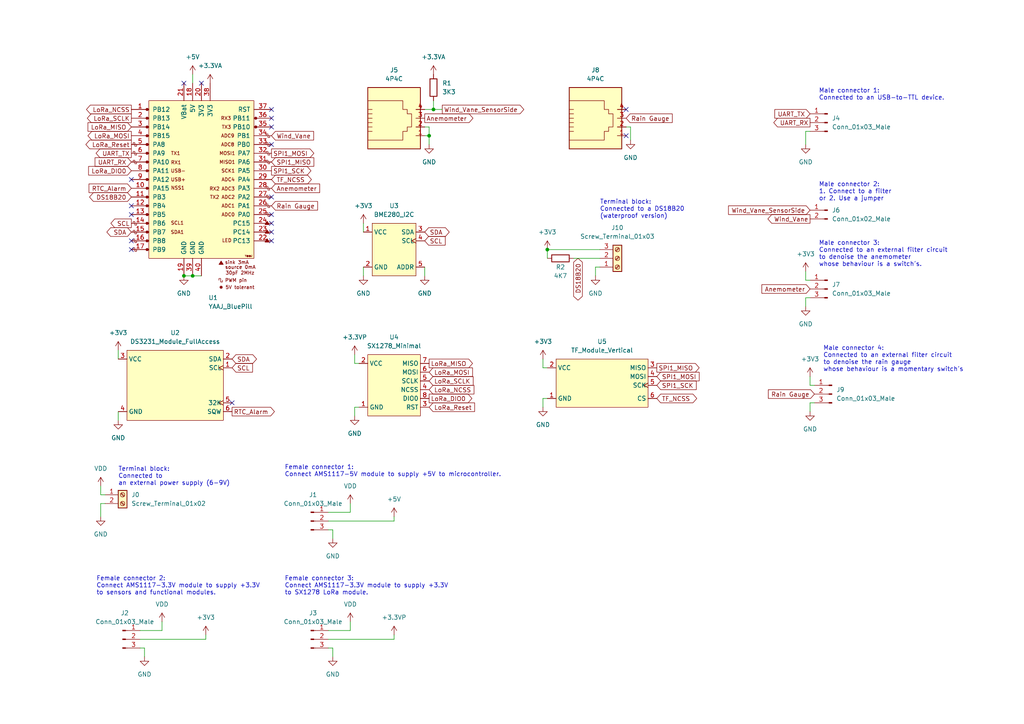
<source format=kicad_sch>
(kicad_sch (version 20211123) (generator eeschema)
  (paper "A4")
  (title_block (title "First Prototype from Breadboard"))
  (lib_symbols
    (symbol "BME280_Module:BME280_I2C"
      (property "Reference" "U" (at 0 1.27 0))
      (property "Value" "BME280_I2C" (at 0 -1.27 0))
      (symbol "BME280_I2C_1_1"
        (pin power_in line (at -8.89 5.08 0) (length 2.54) (name "VCC") (number "1"))
        (pin power_in line (at -8.89 -5.08 0) (length 2.54) (name "GND") (number "2"))
        (pin bidirectional line (at 8.89 5.08 180) (length 2.54) (name "SDA") (number "3"))
        (pin input clock (at 8.89 2.54 180) (length 2.54) (name "SCL") (number "4"))
        (pin passive line (at 8.89 -5.08 180) (length 2.54) (name "ADDR") (number "5"))
      )
    )
    (symbol "BME280_Module:BME280_SPI"
      (property "Reference" "U" (at 0 1.27 0))
      (property "Value" "BME280_SPI" (at 0 -3.81 0))
      (symbol "BME280_SPI_1_1"
        (pin power_in line (at -8.89 6.35 0) (length 2.54) (name "VCC") (number "1"))
        (pin power_in line (at -8.89 -6.35 0) (length 2.54) (name "GND") (number "2"))
        (pin input line (at 8.89 6.35 180) (length 2.54) (name "SDI") (number "3"))
        (pin input clock (at 8.89 1.27 180) (length 2.54) (name "SCK") (number "4"))
        (pin tri_state line (at 8.89 -1.27 180) (length 2.54) (name "CSB") (number "5"))
        (pin output line (at 8.89 3.81 180) (length 2.54) (name "SDO") (number "6"))
      )
    )
    (symbol "Connector:Conn_01x02_Male" (pin_names (offset 1.016) hide)
      (property "Reference" "J" (at 0 2.54 0))
      (property "Value" "Conn_01x02_Male" (at 0 -5.08 0))
      (symbol "Conn_01x02_Male_1_1"
        (pin passive line (at 5.08 0 180) (length 3.81) (name "Pin_1") (number "1"))
        (pin passive line (at 5.08 -2.54 180) (length 3.81) (name "Pin_2") (number "2"))
      )
    )
    (symbol "Connector:Conn_01x03_Male" (pin_names (offset 1.016) hide)
      (property "Reference" "J" (at 0 5.08 0))
      (property "Value" "Conn_01x03_Male" (at 0 -5.08 0))
      (symbol "Conn_01x03_Male_1_1"
        (pin passive line (at 5.08 2.54 180) (length 3.81) (name "Pin_1") (number "1"))
        (pin passive line (at 5.08 0 180) (length 3.81) (name "Pin_2") (number "2"))
        (pin passive line (at 5.08 -2.54 180) (length 3.81) (name "Pin_3") (number "3"))
      )
    )
    (symbol "Connector:Screw_Terminal_01x02" (pin_names (offset 1.016) hide)
      (property "Reference" "J" (at 0 2.54 0))
      (property "Value" "Screw_Terminal_01x02" (at 0 -5.08 0))
      (symbol "Screw_Terminal_01x02_1_1"
        (pin passive line (at -5.08 0 0) (length 3.81) (name "Pin_1") (number "1"))
        (pin passive line (at -5.08 -2.54 0) (length 3.81) (name "Pin_2") (number "2"))
      )
    )
    (symbol "Connector:Screw_Terminal_01x03" (pin_names (offset 1.016) hide)
      (property "Reference" "J" (at 0 5.08 0))
      (property "Value" "Screw_Terminal_01x03" (at 0 -5.08 0))
      (symbol "Screw_Terminal_01x03_1_1"
        (pin passive line (at -5.08 2.54 0) (length 3.81) (name "Pin_1") (number "1"))
        (pin passive line (at -5.08 0 0) (length 3.81) (name "Pin_2") (number "2"))
        (pin passive line (at -5.08 -2.54 0) (length 3.81) (name "Pin_3") (number "3"))
      )
    )
    (symbol "DS3231_Module:DS3231_Module_FullAccess"
      (property "Reference" "U" (at 0 1.27 0))
      (property "Value" "DS3231_Module_FullAccess" (at 0 -1.27 0))
      (symbol "DS3231_Module_FullAccess_1_1"
        (pin bidirectional clock (at 16.51 3.81 180) (length 2.54) (name "SCL") (number "1"))
        (pin bidirectional line (at 16.51 6.35 180) (length 2.54) (name "SDA") (number "2"))
        (pin power_in line (at -16.51 6.35 0) (length 2.54) (name "VCC") (number "3"))
        (pin power_in line (at -16.51 -8.89 0) (length 2.54) (name "GND") (number "4"))
        (pin output clock (at 16.51 -6.35 180) (length 2.54) (name "32K") (number "5"))
        (pin output line (at 16.51 -8.89 180) (length 2.54) (name "SQW") (number "6"))
      )
    )
    (symbol "Device:Battery" (pin_numbers hide) (pin_names (offset 0) hide)
      (property "Reference" "BT" (at 2.54 2.54 0))
      (property "Value" "Battery" (at 2.54 0 0))
      (symbol "Battery_1_1"
        (pin passive line (at 0 5.08 270) (length 2.54) (name "+") (number "1"))
        (pin passive line (at 0 -5.08 90) (length 2.54) (name "-") (number "2"))
      )
    )
    (symbol "Device:C" (pin_numbers hide) (pin_names (offset 0.254))
      (property "Reference" "C" (at 0.635 2.54 0))
      (property "Value" "C" (at 0.635 -2.54 0))
      (symbol "C_1_1"
        (pin passive line (at 0 3.81 270) (length 2.794) (name "~") (number "1"))
        (pin passive line (at 0 -3.81 90) (length 2.794) (name "~") (number "2"))
      )
    )
    (symbol "Device:C_Polarized_Small" (pin_numbers hide) (pin_names (offset 0.254) hide)
      (property "Reference" "C" (at 0.254 1.778 0))
      (property "Value" "C_Polarized_Small" (at 0.254 -2.032 0))
      (symbol "C_Polarized_Small_1_1"
        (pin passive line (at 0 2.54 270) (length 1.8542) (name "~") (number "1"))
        (pin passive line (at 0 -2.54 90) (length 1.8542) (name "~") (number "2"))
      )
    )
    (symbol "Device:R" (pin_numbers hide) (pin_names (offset 0))
      (property "Reference" "R" (at 2.032 0 90))
      (property "Value" "R" (at 0 0 90))
      (symbol "R_1_1"
        (pin passive line (at 0 3.81 270) (length 1.27) (name "~") (number "1"))
        (pin passive line (at 0 -3.81 90) (length 1.27) (name "~") (number "2"))
      )
    )
    (symbol "Device:Solar_Cells" (pin_numbers hide) (pin_names (offset 0) hide)
      (property "Reference" "SC" (at 2.54 2.54 0))
      (property "Value" "Solar_Cells" (at 2.54 0 0))
      (symbol "Solar_Cells_1_1"
        (pin passive line (at 0 5.08 270) (length 2.54) (name "+") (number "1"))
        (pin passive line (at 0 -5.08 90) (length 2.54) (name "-") (number "2"))
      )
    )
    (symbol "RJ11-Connectors:4P4C"
      (property "Reference" "J" (at 0 0 0))
      (property "Value" "4P4C" (at 6.35 10.16 0))
      (symbol "4P4C_1_1"
        (pin passive line (at 10.16 -5.08 180) (length 2.54) (name "~") (number "1"))
        (pin passive line (at 10.16 -2.54 180) (length 2.54) (name "~") (number "2"))
        (pin passive line (at 10.16 0 180) (length 2.54) (name "") (number "3"))
        (pin passive line (at 10.16 2.54 180) (length 2.54) (name "") (number "4"))
      )
    )
    (symbol "RJ11-Connectors:RJ11-6P6C"
      (property "Reference" "U" (at -6.35 -3.81 0))
      (property "Value" "RJ11-6P6C" (at 3.81 -3.81 0))
      (symbol "RJ11-6P6C_1_1"
        (pin passive line (at 11.43 -20.32 180) (length 2.54) (name "~") (number "1"))
        (pin passive line (at 11.43 -17.78 180) (length 2.54) (name "~") (number "2"))
        (pin passive line (at 11.43 -15.24 180) (length 2.54) (name "") (number "3"))
        (pin passive line (at 11.43 -12.7 180) (length 2.54) (name "") (number "4"))
        (pin passive line (at 11.43 -10.16 180) (length 2.54) (name "") (number "5"))
        (pin passive line (at 11.43 -7.62 180) (length 2.54) (name "") (number "6"))
      )
    )
    (symbol "Regulator_Linear:AMS1117-3.3" (pin_names (offset 0.254))
      (property "Reference" "U" (at -3.81 3.175 0))
      (property "Value" "AMS1117-3.3" (at 0 3.175 0))
      (symbol "AMS1117-3.3_1_1"
        (pin power_in line (at 0 -7.62 90) (length 2.54) (name "GND") (number "1"))
        (pin power_out line (at 7.62 0 180) (length 2.54) (name "VO") (number "2"))
        (pin power_in line (at -7.62 0 0) (length 2.54) (name "VI") (number "3"))
      )
    )
    (symbol "Rotate_45:Anemometer"
      (property "Reference" "U" (at 0 29.21 0))
      (property "Value" "Anemometer" (at 0 26.416 0))
      (symbol "Anemometer_0_0"
        (text "E" (at 23.114 0 0) (effects (font (size 1.27 1.27))))
        (text "N" (at 0 23.368 0) (effects (font (size 1.27 1.27))))
        (text "NE" (at 18.288 17.526 0) (effects (font (size 1.27 1.27))))
        (text "NW" (at -18.542 17.526 0) (effects (font (size 1.27 1.27))))
        (text "S" (at 0.762 -23.114 0) (effects (font (size 1.27 1.27))))
        (text "SE" (at 18.288 -17.526 0) (effects (font (size 1.27 1.27))))
        (text "SW" (at -18.288 -18.034 0) (effects (font (size 1.27 1.27))))
        (text "W" (at -23.368 0 0) (effects (font (size 1.27 1.27))))
      )
      (symbol "Anemometer_1_1"
        (pin passive line (at -8.128 -24.638 90) (length 2.54) (name "") (number ""))
        (pin passive line (at 0 -24.638 90) (length 2.54) (name "") (number ""))
      )
    )
    (symbol "STM32_BluePill:YAAJ_BluePill" (pin_names (offset 1.016))
      (property "Reference" "U" (at -13.97 24.13 0))
      (property "Value" "YAAJ_BluePill" (at 0 6.35 90))
      (symbol "YAAJ_BluePill_0_0"
        (text "30pF 2MHz" (at 11.176 -27.051 0) (effects (font (size 0.9906 0.9906))))
        (text "5V tolerant" (at 11.176 -31.242 0) (effects (font (size 0.9906 0.9906))))
        (text "ADC0" (at 7.747 -10.16 0) (effects (font (size 0.9906 0.9906))))
        (text "ADC1" (at 7.747 -7.62 0) (effects (font (size 0.9906 0.9906))))
        (text "ADC2" (at 7.747 -5.08 0) (effects (font (size 0.9906 0.9906))))
        (text "ADC3" (at 7.747 -2.667 0) (effects (font (size 0.9906 0.9906))))
        (text "ADC4" (at 7.747 0 0) (effects (font (size 0.9906 0.9906))))
        (text "ADC8" (at 7.62 10.16 0) (effects (font (size 0.9906 0.9906))))
        (text "ADC9" (at 7.62 12.7 0) (effects (font (size 0.9906 0.9906))))
        (text "LED" (at 7.366 -17.653 0) (effects (font (size 0.9906 0.9906))))
        (text "MISO1" (at 7.493 5.08 0) (effects (font (size 0.9906 0.9906))))
        (text "MOSI1" (at 7.493 7.62 0) (effects (font (size 0.9906 0.9906))))
        (text "NSS1" (at -6.858 -2.413 0) (effects (font (size 0.9906 0.9906))))
        (text "PWM pin" (at 10.033 -29.21 0) (effects (font (size 0.9906 0.9906))))
        (text "RX1" (at -7.366 4.953 0) (effects (font (size 0.9906 0.9906))))
        (text "RX2" (at 3.81 -2.667 0) (effects (font (size 0.9906 0.9906))))
        (text "RX3" (at 7.112 17.78 0) (effects (font (size 0.9906 0.9906))))
        (text "SCK1" (at 7.747 2.54 0) (effects (font (size 0.9906 0.9906))))
        (text "SCL1" (at -6.985 -12.573 0) (effects (font (size 0.9906 0.9906))))
        (text "SDA1" (at -6.985 -15.24 0) (effects (font (size 0.9906 0.9906))))
        (text "sink 3mA" (at 10.287 -24.003 0) (effects (font (size 0.9906 0.9906))))
        (text "source 0mA" (at 11.303 -25.4 0) (effects (font (size 0.9906 0.9906))))
        (text "TX1" (at -7.493 7.62 0) (effects (font (size 0.9906 0.9906))))
        (text "TX2" (at 3.81 -5.08 0) (effects (font (size 0.9906 0.9906))))
        (text "TX3" (at 7.239 15.24 0) (effects (font (size 0.9906 0.9906))))
        (text "USB+" (at -6.731 0 0) (effects (font (size 0.9906 0.9906))))
        (text "USB-" (at -6.731 2.54 0) (effects (font (size 0.9906 0.9906))))
        (text "Y@@J" (at 13.6906 -22.1488 0) (effects (font (size 0.508 0.508))))
      )
      (symbol "YAAJ_BluePill_1_1"
        (pin bidirectional line (at -20.32 20.32 0) (length 5.08) (name "PB12") (number "1"))
        (pin bidirectional line (at -20.32 -2.54 0) (length 5.08) (name "PA15") (number "10"))
        (pin bidirectional line (at -20.32 -5.08 0) (length 5.08) (name "PB3") (number "11"))
        (pin bidirectional line (at -20.32 -7.62 0) (length 5.08) (name "PB4") (number "12"))
        (pin bidirectional line (at -20.32 -10.16 0) (length 5.08) (name "PB5") (number "13"))
        (pin bidirectional line (at -20.32 -12.7 0) (length 5.08) (name "PB6") (number "14"))
        (pin bidirectional line (at -20.32 -15.24 0) (length 5.08) (name "PB7") (number "15"))
        (pin bidirectional line (at -20.32 -17.78 0) (length 5.08) (name "PB8") (number "16"))
        (pin bidirectional line (at -20.32 -20.32 0) (length 5.08) (name "PB9") (number "17"))
        (pin power_in line (at -2.54 27.94 270) (length 5.08) (name "5V") (number "18"))
        (pin power_in line (at -5.08 -27.94 90) (length 5.08) (name "GND") (number "19"))
        (pin bidirectional line (at -20.32 17.78 0) (length 5.08) (name "PB13") (number "2"))
        (pin power_in line (at 0 27.94 270) (length 5.08) (name "3V3") (number "20"))
        (pin power_in line (at -5.08 27.94 270) (length 5.08) (name "VBat") (number "21"))
        (pin bidirectional line (at 20.32 -17.78 180) (length 5.08) (name "PC13") (number "22"))
        (pin bidirectional line (at 20.32 -15.24 180) (length 5.08) (name "PC14") (number "23"))
        (pin bidirectional line (at 20.32 -12.7 180) (length 5.08) (name "PC15") (number "24"))
        (pin bidirectional line (at 20.32 -10.16 180) (length 5.08) (name "PA0") (number "25"))
        (pin bidirectional line (at 20.32 -7.62 180) (length 5.08) (name "PA1") (number "26"))
        (pin bidirectional line (at 20.32 -5.08 180) (length 5.08) (name "PA2") (number "27"))
        (pin bidirectional line (at 20.32 -2.54 180) (length 5.08) (name "PA3") (number "28"))
        (pin bidirectional line (at 20.32 0 180) (length 5.08) (name "PA4") (number "29"))
        (pin bidirectional line (at -20.32 15.24 0) (length 5.08) (name "PB14") (number "3"))
        (pin bidirectional line (at 20.32 2.54 180) (length 5.08) (name "PA5") (number "30"))
        (pin bidirectional line (at 20.32 5.08 180) (length 5.08) (name "PA6") (number "31"))
        (pin bidirectional line (at 20.32 7.62 180) (length 5.08) (name "PA7") (number "32"))
        (pin bidirectional line (at 20.32 10.16 180) (length 5.08) (name "PB0") (number "33"))
        (pin bidirectional line (at 20.32 12.7 180) (length 5.08) (name "PB1") (number "34"))
        (pin bidirectional line (at 20.32 15.24 180) (length 5.08) (name "PB10") (number "35"))
        (pin bidirectional line (at 20.32 17.78 180) (length 5.08) (name "PB11") (number "36"))
        (pin input line (at 20.32 20.32 180) (length 5.08) (name "RST") (number "37"))
        (pin power_in line (at 2.54 27.94 270) (length 5.08) (name "3V3") (number "38"))
        (pin power_in line (at -2.54 -27.94 90) (length 5.08) (name "GND") (number "39"))
        (pin bidirectional line (at -20.32 12.7 0) (length 5.08) (name "PB15") (number "4"))
        (pin power_in line (at 0 -27.94 90) (length 5.08) (name "GND") (number "40"))
        (pin bidirectional line (at -20.32 10.16 0) (length 5.08) (name "PA8") (number "5"))
        (pin bidirectional line (at -20.32 7.62 0) (length 5.08) (name "PA9") (number "6"))
        (pin bidirectional line (at -20.32 5.08 0) (length 5.08) (name "PA10") (number "7"))
        (pin bidirectional line (at -20.32 2.54 0) (length 5.08) (name "PA11") (number "8"))
        (pin bidirectional line (at -20.32 0 0) (length 5.08) (name "PA12") (number "9"))
      )
    )
    (symbol "SX1278_Module:SX1278_Minimal"
      (property "Reference" "U" (at 0 11.43 0))
      (property "Value" "SX1278_Minimal" (at 0 -11.43 0))
      (symbol "SX1278_Minimal_1_1"
        (pin power_in line (at -10.16 -6.35 0) (length 2.54) (name "GND") (number "1"))
        (pin power_in line (at -10.16 6.35 0) (length 2.54) (name "VCC") (number "2"))
        (pin input line (at 10.16 -6.35 180) (length 2.54) (name "RST") (number "3"))
        (pin input line (at 10.16 -1.27 180) (length 2.54) (name "NCSS") (number "4"))
        (pin input line (at 10.16 1.27 180) (length 2.54) (name "SCLK") (number "5"))
        (pin input line (at 10.16 3.81 180) (length 2.54) (name "MOSI") (number "6"))
        (pin output line (at 10.16 6.35 180) (length 2.54) (name "MISO") (number "7"))
        (pin output line (at 10.16 -3.81 180) (length 2.54) (name "DIO0") (number "8"))
      )
    )
    (symbol "Switch:SW_Reed" (pin_numbers hide) (pin_names (offset 0) hide)
      (property "Reference" "SW" (at 0 2.54 0))
      (property "Value" "SW_Reed" (at 0 -2.54 0))
      (symbol "SW_Reed_1_1"
        (pin passive line (at -5.08 0 0) (length 2.54) (name "1") (number "1"))
        (pin passive line (at 5.08 0 180) (length 2.54) (name "2") (number "2"))
      )
    )
    (symbol "TF_Module:TF_Module_Vertical"
      (property "Reference" "U" (at 0 1.27 0))
      (property "Value" "TF_Module_Vertical" (at 0 -1.27 0))
      (symbol "TF_Module_Vertical_1_1"
        (pin power_in line (at -15.24 -5.08 0) (length 2.54) (name "GND") (number "1"))
        (pin power_in line (at -15.24 3.81 0) (length 2.54) (name "VCC") (number "2"))
        (pin output line (at 16.51 3.81 180) (length 2.54) (name "MISO") (number "3"))
        (pin input line (at 16.51 1.27 180) (length 2.54) (name "MOSI") (number "4"))
        (pin input clock (at 16.51 -1.27 180) (length 2.54) (name "SCK") (number "5"))
        (pin input line (at 16.51 -5.08 180) (length 2.54) (name "CS") (number "6"))
      )
    )
    (symbol "power:+24V" (power) (pin_names (offset 0))
      (property "Value" "+24V" (at 0 3.556 0))
      (symbol "+24V_1_1"
        (pin power_in line (at 0 0 90) (length 0) hide (name "+24V") (number "1"))
      )
    )
    (symbol "power:+3.3V" (power) (pin_names (offset 0))
      (property "Value" "+3.3V" (at 0 3.556 0))
      (symbol "+3.3V_1_1"
        (pin power_in line (at 0 0 90) (length 0) hide (name "+3V3") (number "1"))
      )
    )
    (symbol "power:+3.3VA" (power) (pin_names (offset 0))
      (property "Value" "+3.3VA" (at 0 3.556 0))
      (symbol "+3.3VA_1_1"
        (pin power_in line (at 0 0 90) (length 0) hide (name "+3.3VA") (number "1"))
      )
    )
    (symbol "power:+3.3VP" (power) (pin_names (offset 0))
      (property "Value" "+3.3VP" (at 0 2.54 0))
      (symbol "+3.3VP_0_0"
        (pin power_in line (at 0 0 90) (length 0) hide (name "+3.3VP") (number "1"))
      )
    )
    (symbol "power:+3V3" (power) (pin_names (offset 0))
      (property "Value" "+3V3" (at 0 3.556 0))
      (symbol "+3V3_1_1"
        (pin power_in line (at 0 0 90) (length 0) hide (name "+3V3") (number "1"))
      )
    )
    (symbol "power:+5V" (power) (pin_names (offset 0))
      (property "Value" "+5V" (at 0 3.556 0))
      (symbol "+5V_1_1"
        (pin power_in line (at 0 0 90) (length 0) hide (name "+5V") (number "1"))
      )
    )
    (symbol "power:GND" (power) (pin_names (offset 0))
      (property "Value" "GND" (at 0 -3.81 0))
      (symbol "GND_1_1"
        (pin power_in line (at 0 0 270) (length 0) hide (name "GND") (number "1"))
      )
    )
    (symbol "power:VDD" (power) (pin_names (offset 0))
      (property "Value" "VDD" (at 0 3.81 0))
      (symbol "VDD_1_1"
        (pin power_in line (at 0 0 90) (length 0) hide (name "VDD") (number "1"))
      )
    )
  )
  (junction (at 607.06 30.48))
  (junction (at 712.47 81.28))
  (junction (at 693.42 45.72))
  (junction (at 730.25 46.99))
  (junction (at 467.36 35.56))
  (junction (at 124.46 39.37))
  (junction (at 612.14 30.48))
  (junction (at 748.03 46.99))
  (junction (at 613.41 146.05))
  (junction (at 125.73 31.75))
  (junction (at 53.34 80.01))
  (junction (at 607.06 38.1))
  (junction (at 615.95 146.05))
  (junction (at 360.68 46.99))
  (junction (at 55.88 80.01))
  (junction (at 560.07 110.49))
  (junction (at 618.49 90.17))
  (junction (at 694.69 81.28))
  (junction (at 158.75 72.39))
  (no_connect (at 638.81 123.19))
  (no_connect (at 181.61 31.75))
  (no_connect (at 181.61 39.37))
  (no_connect (at 598.17 135.89))
  (no_connect (at 638.81 107.95))
  (no_connect (at 638.81 130.81))
  (no_connect (at 638.81 100.33))
  (no_connect (at 638.81 97.79))
  (no_connect (at 638.81 135.89))
  (no_connect (at 78.74 31.75))
  (no_connect (at 53.34 24.13))
  (no_connect (at 598.17 128.27))
  (no_connect (at 78.74 57.15))
  (no_connect (at 78.74 62.23))
  (no_connect (at 38.1 62.23))
  (no_connect (at 38.1 69.85))
  (no_connect (at 38.1 72.39))
  (no_connect (at 38.1 59.69))
  (no_connect (at 38.1 52.07))
  (no_connect (at 78.74 34.29))
  (no_connect (at 78.74 36.83))
  (no_connect (at 78.74 41.91))
  (no_connect (at 638.81 118.11))
  (no_connect (at 638.81 115.57))
  (no_connect (at 638.81 113.03))
  (no_connect (at 638.81 110.49))
  (no_connect (at 638.81 102.87))
  (no_connect (at 598.17 125.73))
  (no_connect (at 58.42 24.13))
  (no_connect (at 78.74 67.31))
  (no_connect (at 78.74 69.85))
  (no_connect (at 78.74 64.77))
  (no_connect (at 615.95 90.17))
  (no_connect (at 598.17 138.43))
  (no_connect (at 638.81 128.27))
  (no_connect (at 613.41 90.17))
  (no_connect (at 67.31 116.84))
  (no_connect (at 638.81 133.35))
  (no_connect (at 598.17 118.11))
  (no_connect (at 388.62 158.75))
  (no_connect (at 391.16 158.75))
  (no_connect (at 398.78 158.75))
  (no_connect (at 401.32 158.75))
  (no_connect (at 425.45 158.75))
  (no_connect (at 412.75 158.75))
  (wire (pts (xy 53.34 80.01) (xy 55.88 80.01)))
  (wire (pts (xy 41.91 190.5) (xy 41.91 187.96)))
  (polyline (pts (xy 640.08 34.29) (xy 640.08 27.94)))
  (polyline (pts (xy 622.3 27.94) (xy 622.3 34.29)))
  (polyline (pts (xy 466.09 31.75) (xy 466.09 44.45)))
  (wire (pts (xy 607.06 38.1) (xy 607.06 43.18)))
  (wire (pts (xy 415.29 158.75) (xy 415.29 151.638)))
  (wire (pts (xy 125.73 31.75) (xy 128.27 31.75)))
  (wire (pts (xy 29.21 140.97) (xy 29.21 143.51)))
  (polyline (pts (xy 687.07 71.12) (xy 702.31 71.12)))
  (polyline (pts (xy 581.66 29.21) (xy 581.66 41.91)))
  (wire (pts (xy 166.37 74.93) (xy 173.99 74.93)))
  (wire (pts (xy 29.21 149.86) (xy 29.21 146.05)))
  (wire (pts (xy 560.07 105.41) (xy 560.07 110.49)))
  (polyline (pts (xy 688.34 68.58) (xy 701.04 68.58)))
  (polyline (pts (xy 622.3 27.94) (xy 640.08 27.94)))
  (polyline (pts (xy 715.01 44.45) (xy 728.98 44.45)))
  (wire (pts (xy 360.68 46.99) (xy 360.68 52.07)))
  (wire (pts (xy 467.36 35.56) (xy 476.25 35.56)))
  (wire (pts (xy 396.24 157.48) (xy 420.37 157.48)))
  (polyline (pts (xy 762 44.45) (xy 762 50.8)))
  (wire (pts (xy 607.06 30.48) (xy 612.14 30.48)))
  (wire (pts (xy 181.61 36.83) (xy 182.88 36.83)))
  (wire (pts (xy 393.7 158.75) (xy 393.7 156.21)))
  (polyline (pts (xy 604.52 41.91) (xy 581.66 41.91)))
  (polyline (pts (xy 731.52 44.45) (xy 746.76 44.45)))
  (wire (pts (xy 607.06 38.1) (xy 612.14 38.1)))
  (wire (pts (xy 730.25 46.99) (xy 730.25 53.34)))
  (wire (pts (xy 233.68 88.9) (xy 233.68 86.36)))
  (polyline (pts (xy 751.84 53.34) (xy 760.73 53.34)))
  (wire (pts (xy 393.7 156.21) (xy 417.83 156.21)))
  (wire (pts (xy 95.25 185.42) (xy 114.3 185.42)))
  (wire (pts (xy 347.98 46.99) (xy 360.68 46.99)))
  (wire (pts (xy 104.14 105.41) (xy 102.87 105.41)))
  (wire (pts (xy 157.48 118.11) (xy 157.48 115.57)))
  (polyline (pts (xy 622.3 34.29) (xy 640.08 34.29)))
  (wire (pts (xy 678.18 45.72) (xy 678.18 46.99)))
  (polyline (pts (xy 443.23 31.75) (xy 443.23 44.45)))
  (wire (pts (xy 172.72 77.47) (xy 173.99 77.47)))
  (wire (pts (xy 234.95 111.76) (xy 236.22 111.76)))
  (wire (pts (xy 330.2 41.91) (xy 330.2 44.45)))
  (wire (pts (xy 748.03 46.99) (xy 748.03 73.66)))
  (wire (pts (xy 467.36 38.1) (xy 467.36 45.72)))
  (wire (pts (xy 607.06 33.02) (xy 607.06 30.48)))
  (wire (pts (xy 330.2 57.15) (xy 330.2 59.69)))
  (wire (pts (xy 748.03 46.99) (xy 749.3 46.99)))
  (polyline (pts (xy 685.8 82.55) (xy 685.8 95.25)))
  (wire (pts (xy 568.96 106.68) (xy 568.96 110.49)))
  (wire (pts (xy 233.68 86.36) (xy 234.95 86.36)))
  (wire (pts (xy 182.88 36.83) (xy 182.88 40.64)))
  (polyline (pts (xy 476.25 39.37) (xy 492.76 39.37)))
  (wire (pts (xy 560.07 110.49) (xy 568.96 110.49)))
  (wire (pts (xy 34.29 119.38) (xy 34.29 121.92)))
  (wire (pts (xy 612.14 30.48) (xy 622.3 30.48)))
  (wire (pts (xy 683.26 52.07) (xy 685.8 52.07)))
  (wire (pts (xy 422.91 151.638) (xy 422.91 158.75)))
  (wire (pts (xy 712.47 49.53) (xy 715.01 49.53)))
  (wire (pts (xy 114.3 149.86) (xy 114.3 151.13)))
  (wire (pts (xy 157.48 106.68) (xy 158.75 106.68)))
  (wire (pts (xy 124.46 36.83) (xy 124.46 39.37)))
  (polyline (pts (xy 749.3 44.45) (xy 762 44.45)))
  (polyline (pts (xy 466.09 44.45) (xy 443.23 44.45)))
  (wire (pts (xy 123.19 31.75) (xy 125.73 31.75)))
  (wire (pts (xy 234.95 116.84) (xy 236.22 116.84)))
  (polyline (pts (xy 722.63 80.01) (xy 741.68 80.01)))
  (polyline (pts (xy 731.52 44.45) (xy 731.52 52.07)))
  (wire (pts (xy 415.29 151.638) (xy 414.782 151.638)))
  (wire (pts (xy 598.17 35.56) (xy 607.06 35.56)))
  (wire (pts (xy 449.58 35.56) (xy 467.36 35.56)))
  (polyline (pts (xy 704.85 82.55) (xy 685.8 82.55)))
  (polyline (pts (xy 722.63 71.12) (xy 741.68 71.12)))
  (wire (pts (xy 124.46 39.37) (xy 124.46 41.91)))
  (wire (pts (xy 40.64 185.42) (xy 59.69 185.42)))
  (polyline (pts (xy 760.73 59.69) (xy 760.73 53.34)))
  (polyline (pts (xy 704.85 95.25) (xy 704.85 82.55)))
  (wire (pts (xy 233.68 78.74) (xy 233.68 81.28)))
  (wire (pts (xy 712.47 80.01) (xy 712.47 81.28)))
  (wire (pts (xy 607.06 35.56) (xy 607.06 38.1)))
  (wire (pts (xy 95.25 153.67) (xy 96.52 153.67)))
  (wire (pts (xy 123.19 36.83) (xy 124.46 36.83)))
  (polyline (pts (xy 492.76 39.37) (xy 492.76 33.02)))
  (wire (pts (xy 102.87 105.41) (xy 102.87 102.87)))
  (polyline (pts (xy 731.52 52.07) (xy 746.76 52.07)))
  (wire (pts (xy 746.76 46.99) (xy 748.03 46.99)))
  (wire (pts (xy 694.69 81.28) (xy 712.47 81.28)))
  (polyline (pts (xy 751.84 59.69) (xy 760.73 59.69)))
  (polyline (pts (xy 685.8 48.26) (xy 685.8 57.15)))
  (wire (pts (xy 728.98 46.99) (xy 730.25 46.99)))
  (wire (pts (xy 234.95 109.22) (xy 234.95 111.76)))
  (polyline (pts (xy 685.8 48.26) (xy 704.85 48.26)))
  (wire (pts (xy 234.95 119.38) (xy 234.95 116.84)))
  (wire (pts (xy 618.49 90.17) (xy 621.03 90.17)))
  (wire (pts (xy 105.41 77.47) (xy 105.41 80.01)))
  (wire (pts (xy 615.95 146.05) (xy 618.49 146.05)))
  (polyline (pts (xy 704.85 80.01) (xy 720.09 80.01)))
  (wire (pts (xy 158.75 72.39) (xy 173.99 72.39)))
  (wire (pts (xy 105.41 64.77) (xy 105.41 67.31)))
  (polyline (pts (xy 688.34 59.69) (xy 688.34 68.58)))
  (wire (pts (xy 157.48 115.57) (xy 158.75 115.57)))
  (wire (pts (xy 101.6 148.59) (xy 101.6 146.05)))
  (wire (pts (xy 96.52 153.67) (xy 96.52 156.21)))
  (polyline (pts (xy 741.68 80.01) (xy 741.68 71.12)))
  (wire (pts (xy 736.6 80.01) (xy 736.6 81.28)))
  (polyline (pts (xy 720.09 80.01) (xy 720.09 71.12)))
  (wire (pts (xy 96.52 190.5) (xy 96.52 187.96)))
  (wire (pts (xy 755.65 50.8) (xy 755.65 53.34)))
  (polyline (pts (xy 443.23 31.75) (xy 466.09 31.75)))
  (polyline (pts (xy 704.85 57.15) (xy 685.8 57.15)))
  (polyline (pts (xy 581.66 29.21) (xy 604.52 29.21)))
  (wire (pts (xy 694.69 81.28) (xy 694.69 82.55)))
  (wire (pts (xy 96.52 187.96) (xy 95.25 187.96)))
  (wire (pts (xy 29.21 143.51) (xy 30.48 143.51)))
  (wire (pts (xy 101.6 180.34) (xy 101.6 182.88)))
  (wire (pts (xy 694.69 80.01) (xy 694.69 81.28)))
  (wire (pts (xy 552.45 92.71) (xy 552.45 97.79)))
  (wire (pts (xy 420.37 157.48) (xy 420.37 158.75)))
  (wire (pts (xy 588.01 35.56) (xy 588.01 33.02)))
  (wire (pts (xy 467.36 35.56) (xy 467.36 29.21)))
  (wire (pts (xy 125.73 31.75) (xy 125.73 29.21)))
  (polyline (pts (xy 715.01 50.8) (xy 728.98 50.8)))
  (wire (pts (xy 29.21 146.05) (xy 30.48 146.05)))
  (wire (pts (xy 101.6 182.88) (xy 95.25 182.88)))
  (wire (pts (xy 233.68 38.1) (xy 234.95 38.1)))
  (wire (pts (xy 417.83 156.21) (xy 417.83 158.75)))
  (wire (pts (xy 694.69 57.15) (xy 694.69 59.69)))
  (polyline (pts (xy 722.63 71.12) (xy 722.63 80.01)))
  (polyline (pts (xy 704.85 48.26) (xy 704.85 57.15)))
  (polyline (pts (xy 704.85 71.12) (xy 720.09 71.12)))
  (wire (pts (xy 55.88 80.01) (xy 58.42 80.01)))
  (wire (pts (xy 588.01 33.02) (xy 607.06 33.02)))
  (wire (pts (xy 95.25 151.13) (xy 114.3 151.13)))
  (wire (pts (xy 568.96 97.79) (xy 568.96 101.6)))
  (polyline (pts (xy 476.25 33.02) (xy 476.25 39.37)))
  (polyline (pts (xy 704.85 71.12) (xy 704.85 80.01)))
  (wire (pts (xy 607.06 30.48) (xy 607.06 27.94)))
  (wire (pts (xy 689.61 82.55) (xy 689.61 83.82)))
  (wire (pts (xy 233.68 41.91) (xy 233.68 38.1)))
  (polyline (pts (xy 749.3 50.8) (xy 762 50.8)))
  (polyline (pts (xy 604.52 29.21) (xy 604.52 41.91)))
  (wire (pts (xy 55.88 21.59) (xy 55.88 24.13)))
  (polyline (pts (xy 728.98 50.8) (xy 728.98 44.45)))
  (polyline (pts (xy 701.04 68.58) (xy 701.04 59.69)))
  (wire (pts (xy 741.68 73.66) (xy 748.03 73.66)))
  (wire (pts (xy 95.25 148.59) (xy 101.6 148.59)))
  (wire (pts (xy 360.68 41.91) (xy 360.68 46.99)))
  (polyline (pts (xy 688.34 59.69) (xy 701.04 59.69)))
  (wire (pts (xy 449.58 38.1) (xy 449.58 35.56)))
  (wire (pts (xy 157.48 104.14) (xy 157.48 106.68)))
  (wire (pts (xy 693.42 45.72) (xy 715.01 45.72)))
  (polyline (pts (xy 746.76 52.07) (xy 746.76 44.45)))
  (wire (pts (xy 104.14 118.11) (xy 102.87 118.11)))
  (polyline (pts (xy 751.84 53.34) (xy 751.84 59.69)))
  (wire (pts (xy 459.74 38.1) (xy 467.36 38.1)))
  (wire (pts (xy 730.25 46.99) (xy 731.52 46.99)))
  (wire (pts (xy 41.91 187.96) (xy 40.64 187.96)))
  (wire (pts (xy 618.49 85.09) (xy 618.49 90.17)))
  (wire (pts (xy 123.19 77.47) (xy 123.19 80.01)))
  (wire (pts (xy 712.47 71.12) (xy 712.47 49.53)))
  (wire (pts (xy 727.71 80.01) (xy 727.71 81.28)))
  (wire (pts (xy 172.72 80.01) (xy 172.72 77.47)))
  (wire (pts (xy 567.69 97.79) (xy 568.96 97.79)))
  (polyline (pts (xy 685.8 95.25) (xy 704.85 95.25)))
  (wire (pts (xy 613.41 146.05) (xy 615.95 146.05)))
  (polyline (pts (xy 687.07 80.01) (xy 702.31 80.01)))
  (polyline (pts (xy 715.01 44.45) (xy 715.01 50.8)))
  (polyline (pts (xy 687.07 71.12) (xy 687.07 80.01)))
  (wire (pts (xy 678.18 45.72) (xy 693.42 45.72)))
  (wire (pts (xy 158.75 72.39) (xy 158.75 74.93)))
  (wire (pts (xy 34.29 101.6) (xy 34.29 104.14)))
  (wire (pts (xy 59.69 184.15) (xy 59.69 185.42)))
  (wire (pts (xy 360.68 52.07) (xy 347.98 52.07)))
  (wire (pts (xy 40.64 182.88) (xy 46.99 182.88)))
  (wire (pts (xy 689.61 93.98) (xy 689.61 95.25)))
  (polyline (pts (xy 702.31 80.01) (xy 702.31 71.12)))
  (wire (pts (xy 694.69 68.58) (xy 694.69 71.12)))
  (polyline (pts (xy 749.3 50.8) (xy 749.3 44.45)))
  (wire (pts (xy 485.14 39.37) (xy 485.14 45.72)))
  (wire (pts (xy 123.19 39.37) (xy 124.46 39.37)))
  (wire (pts (xy 712.47 81.28) (xy 727.71 81.28)))
  (wire (pts (xy 102.87 118.11) (xy 102.87 120.65)))
  (wire (pts (xy 396.24 158.75) (xy 396.24 157.48)))
  (wire (pts (xy 693.42 45.72) (xy 693.42 48.26)))
  (polyline (pts (xy 476.25 33.02) (xy 492.76 33.02)))
  (wire (pts (xy 46.99 182.88) (xy 46.99 180.34)))
  (wire (pts (xy 114.3 184.15) (xy 114.3 185.42)))
  (wire (pts (xy 233.68 81.28) (xy 234.95 81.28)))
  (text "Anemometer" (at 449.58 34.29 0) (effects (font (size 1.27 1.27)) (justify left bottom)))
  (text "Reversed \ncurrent \nblockage (8)\n\n" (at 732.79 53.34 0) (effects (font (size 1.27 1.27) (thickness 0.254) bold) (justify left bottom)))
  (text "Male connector 2:\n1. Connect to a filter\nor 2. Use a jumper" (at 237.49 58.42 0) (effects (font (size 1.27 1.27)) (justify left bottom)))
  (text "Female connector 2: \nConnect AMS1117-3.3V module to supply +3.3V \nto sensors and functional modules." (at 27.94 172.72 0) (effects (font (size 1.27 1.27)) (justify left bottom)))
  (text "Terminal block:\nConnected to \nan external power supply (6-9V)" (at 34.29 140.97 0) (effects (font (size 1.27 1.27)) (justify left bottom)))
  (text "Male connector 3:\nConnected to an external filter circuit \nto denoise the anemometer \nwhose behaviour is a switch's." (at 237.49 77.47 0) (effects (font (size 1.27 1.27)) (justify left bottom)))
  (text "Male connector 4:\nConnected to an external filter circuit \nto denoise the rain gauge \nwhose behaviour is a momentary switch's" (at 238.76 107.95 0) (effects (font (size 1.27 1.27)) (justify left bottom)))
  (text "Main\nsystem" (at 753.11 58.42 0) (effects (font (size 1.27 1.27) (thickness 0.254) bold) (justify left bottom)))
  (text "Male connector 1:\nConnected to an USB-to-TTL device." (at 237.49 29.21 0) (effects (font (size 1.27 1.27)) (justify left bottom)))
  (text "Power source\nswitching circuit \n(7)" (at 723.9 78.74 0) (effects (font (size 1.27 1.27) bold) (justify left bottom)))
  (text "Voltage \nconverter \ncircuit (2)" (at 689.61 67.31 0) (effects (font (size 1.27 1.27) (thickness 0.254) bold) (justify left bottom)))
  (text "Reference\nvoltage \ngenerator (6)" (at 706.12 78.74 0) (effects (font (size 1.27 1.27) (thickness 0.254) bold) (justify left bottom)))
  (text "Microcontroller\ninput" (at 623.57 33.02 0) (effects (font (size 1.27 1.27)) (justify left bottom)))
  (text "Anemometer" (at 588.01 31.75 0) (effects (font (size 1.27 1.27)) (justify left bottom)))
  (text "Reversed\ncurrent \nblockage (3)\n" (at 688.34 78.74 0) (effects (font (size 1.27 1.27) (thickness 0.254) bold) (justify left bottom)))
  (text "Main supply" (at 547.37 90.17 0) (effects (font (size 1.27 1.27)) (justify left bottom)))
  (text "Switching circuit \nfor battery \ncharging unit (1)" (at 687.07 55.88 0) (effects (font (size 1.27 1.27) (thickness 0.254) bold) (justify left bottom)))
  (text "Terminal block:\nConnected to a DS18B20 \n(waterproof version)" (at 173.99 63.5 0) (effects (font (size 1.27 1.27)) (justify left bottom)))
  (text "Logic Analyser" (at 477.52 36.83 0) (effects (font (size 1.27 1.27)) (justify left bottom)))
  (text "Voltage\nregulators" (at 750.57 49.53 0) (effects (font (size 1.27 1.27) (thickness 0.254) bold) (justify left bottom)))
  (text "Female connector 3: \nConnect AMS1117-3.3V module to supply +3.3V \nto SX1278 LoRa module." (at 82.55 172.72 0) (effects (font (size 1.27 1.27)) (justify left bottom)))
  (text "Female connector 1: \nConnect AMS1117-5V module to supply +5V to microcontroller." (at 82.55 138.43 0) (effects (font (size 1.27 1.27)) (justify left bottom)))
  (text "Battery\nmanaging \ncircuit (4)" (at 693.42 91.44 0) (effects (font (size 1.27 1.27) (thickness 0.254) bold) (justify left bottom)))
  (text "Comparator \ncircuit (5)" (at 716.28 49.53 0) (effects (font (size 1.27 1.27) (thickness 0.254) bold) (justify left bottom)))
  (global_label "SDA" (shape bidirectional) (at 67.31 104.14 0) (property "Intersheet References" "${INTERSHEET_REFS}" (effects hide)))
  (global_label "Reference (*)" (shape input) (at 683.26 52.07 270) (effects (font (thickness 0.254) bold)) (property "Intersheet References" "${INTERSHEET_REFS}" (effects hide)))
  (global_label "Rain Gauge" (shape input) (at 236.22 114.3 180) (property "Intersheet References" "${INTERSHEET_REFS}" (effects hide)))
  (global_label "LoRa_Reset" (shape output) (at 598.17 107.95 180) (property "Intersheet References" "${INTERSHEET_REFS}" (effects hide)))
  (global_label "UART_TX" (shape input) (at 234.95 33.02 180) (property "Intersheet References" "${INTERSHEET_REFS}" (effects hide)))
  (global_label "LoRa_Reset" (shape input) (at 124.46 118.11 0) (property "Intersheet References" "${INTERSHEET_REFS}" (effects hide)))
  (global_label "I2C SCL" (shape bidirectional) (at 347.98 49.53 0) (property "Intersheet References" "${INTERSHEET_REFS}" (effects hide)))
  (global_label "SPI_MISO" (shape input) (at 598.17 102.87 180) (property "Intersheet References" "${INTERSHEET_REFS}" (effects hide)))
  (global_label "SDA" (shape bidirectional) (at 38.1 67.31 180) (property "Intersheet References" "${INTERSHEET_REFS}" (effects hide)))
  (global_label "SPI1_MOSI" (shape output) (at 78.74 44.45 0) (property "Intersheet References" "${INTERSHEET_REFS}" (effects hide)))
  (global_label "Wind_Vane" (shape output) (at 234.95 63.5 180) (property "Intersheet References" "${INTERSHEET_REFS}" (effects hide)))
  (global_label "DS18B20" (shape bidirectional) (at 598.17 123.19 180) (property "Intersheet References" "${INTERSHEET_REFS}" (effects hide)))
  (global_label "Anemometer" (shape input) (at 638.81 120.65 0) (property "Intersheet References" "${INTERSHEET_REFS}" (effects hide)))
  (global_label "LoRa_Interrupt" (shape input) (at 598.17 115.57 180) (property "Intersheet References" "${INTERSHEET_REFS}" (effects hide)))
  (global_label "Wind_Vane" (shape input) (at 638.81 105.41 0) (property "Intersheet References" "${INTERSHEET_REFS}" (effects hide)))
  (global_label "SCL" (shape input) (at 123.19 69.85 0) (property "Intersheet References" "${INTERSHEET_REFS}" (effects hide)))
  (global_label "RTC_Alarm" (shape input) (at 598.17 120.65 180) (property "Intersheet References" "${INTERSHEET_REFS}" (effects hide)))
  (global_label "SDA" (shape bidirectional) (at 598.17 133.35 180) (property "Intersheet References" "${INTERSHEET_REFS}" (effects hide)))
  (global_label "SPI1_MISO" (shape output) (at 190.5 106.68 0) (property "Intersheet References" "${INTERSHEET_REFS}" (effects hide)))
  (global_label "SPI_MOSI" (shape output) (at 598.17 105.41 180) (property "Intersheet References" "${INTERSHEET_REFS}" (effects hide)))
  (global_label "Anemometer" (shape input) (at 78.74 54.61 0) (property "Intersheet References" "${INTERSHEET_REFS}" (effects hide)))
  (global_label "UART_RX" (shape input) (at 38.1 46.99 180) (property "Intersheet References" "${INTERSHEET_REFS}" (effects hide)))
  (global_label "Reference (*)" (shape output) (at 730.25 53.34 270) (effects (font (thickness 0.254) bold)) (property "Intersheet References" "${INTERSHEET_REFS}" (effects hide)))
  (global_label "Wind_Vane_SensorSide" (shape input) (at 234.95 60.96 180) (property "Intersheet References" "${INTERSHEET_REFS}" (effects hide)))
  (global_label "I2C SDA" (shape bidirectional) (at 347.98 44.45 0) (property "Intersheet References" "${INTERSHEET_REFS}" (effects hide)))
  (global_label "UART_RX" (shape output) (at 234.95 35.56 180) (property "Intersheet References" "${INTERSHEET_REFS}" (effects hide)))
  (global_label "LoRa_NCSS" (shape output) (at 38.1 31.75 180) (property "Intersheet References" "${INTERSHEET_REFS}" (effects hide)))
  (global_label "Rain Gauge" (shape input) (at 638.81 125.73 0) (property "Intersheet References" "${INTERSHEET_REFS}" (effects hide)))
  (global_label "LoRa_MOSI" (shape output) (at 38.1 39.37 180) (property "Intersheet References" "${INTERSHEET_REFS}" (effects hide)))
  (global_label "SCL" (shape output) (at 598.17 130.81 180) (property "Intersheet References" "${INTERSHEET_REFS}" (effects hide)))
  (global_label "+3.3V" (shape output) (at 568.96 97.79 0) (property "Intersheet References" "${INTERSHEET_REFS}" (effects hide)))
  (global_label "Wind_Vane" (shape input) (at 78.74 39.37 0) (property "Intersheet References" "${INTERSHEET_REFS}" (effects hide)))
  (global_label "TF_NCSS" (shape tri_state) (at 190.5 115.57 0) (property "Intersheet References" "${INTERSHEET_REFS}" (effects hide)))
  (global_label "LoRa_SCLK" (shape output) (at 38.1 34.29 180) (property "Intersheet References" "${INTERSHEET_REFS}" (effects hide)))
  (global_label "LoRa_MISO" (shape output) (at 124.46 105.41 0) (property "Intersheet References" "${INTERSHEET_REFS}" (effects hide)))
  (global_label "SCL" (shape input) (at 67.31 106.68 0) (property "Intersheet References" "${INTERSHEET_REFS}" (effects hide)))
  (global_label "SPI1_MISO" (shape input) (at 78.74 46.99 0) (property "Intersheet References" "${INTERSHEET_REFS}" (effects hide)))
  (global_label "UART_TX" (shape output) (at 598.17 110.49 180) (property "Intersheet References" "${INTERSHEET_REFS}" (effects hide)))
  (global_label "LoRa_DIO0" (shape input) (at 38.1 49.53 180) (property "Intersheet References" "${INTERSHEET_REFS}" (effects hide)))
  (global_label "Anemometer" (shape input) (at 234.95 83.82 180) (property "Intersheet References" "${INTERSHEET_REFS}" (effects hide)))
  (global_label "TF_NCSS" (shape tri_state) (at 78.74 52.07 0) (property "Intersheet References" "${INTERSHEET_REFS}" (effects hide)))
  (global_label "SCL" (shape output) (at 38.1 64.77 180) (property "Intersheet References" "${INTERSHEET_REFS}" (effects hide)))
  (global_label "Rain Gauge" (shape input) (at 78.74 59.69 0) (property "Intersheet References" "${INTERSHEET_REFS}" (effects hide)))
  (global_label "Anemometer" (shape output) (at 123.19 34.29 0) (property "Intersheet References" "${INTERSHEET_REFS}" (effects hide)))
  (global_label "SPI1_SCK" (shape output) (at 78.74 49.53 0) (property "Intersheet References" "${INTERSHEET_REFS}" (effects hide)))
  (global_label "Reference (*)" (shape input) (at 736.6 81.28 270) (effects (font bold)) (property "Intersheet References" "${INTERSHEET_REFS}" (effects hide)))
  (global_label "LoRa_DIO0" (shape output) (at 124.46 115.57 0) (property "Intersheet References" "${INTERSHEET_REFS}" (effects hide)))
  (global_label "SPI1_SCK" (shape input) (at 190.5 111.76 0) (property "Intersheet References" "${INTERSHEET_REFS}" (effects hide)))
  (global_label "RTC_Alarm" (shape input) (at 38.1 54.61 180) (property "Intersheet References" "${INTERSHEET_REFS}" (effects hide)))
  (global_label "SDA" (shape bidirectional) (at 123.19 67.31 0) (property "Intersheet References" "${INTERSHEET_REFS}" (effects hide)))
  (global_label "LoRa_MOSI" (shape input) (at 124.46 107.95 0) (property "Intersheet References" "${INTERSHEET_REFS}" (effects hide)))
  (global_label "Rain Gauge" (shape input) (at 181.61 34.29 0) (property "Intersheet References" "${INTERSHEET_REFS}" (effects hide)))
  (global_label "LoRa_NCSS" (shape input) (at 124.46 113.03 0) (property "Intersheet References" "${INTERSHEET_REFS}" (effects hide)))
  (global_label "+3.3V" (shape input) (at 618.49 85.09 180) (property "Intersheet References" "${INTERSHEET_REFS}" (effects hide)))
  (global_label "DS18B20" (shape bidirectional) (at 38.1 57.15 180) (property "Intersheet References" "${INTERSHEET_REFS}" (effects hide)))
  (global_label "LoRa_SCLK" (shape input) (at 124.46 110.49 0) (property "Intersheet References" "${INTERSHEET_REFS}" (effects hide)))
  (global_label "SPI_SCLK" (shape output) (at 598.17 100.33 180) (property "Intersheet References" "${INTERSHEET_REFS}" (effects hide)))
  (global_label "LoRa_MISO" (shape input) (at 38.1 36.83 180) (property "Intersheet References" "${INTERSHEET_REFS}" (effects hide)))
  (global_label "DS18B20" (shape bidirectional) (at 167.64 74.93 270) (property "Intersheet References" "${INTERSHEET_REFS}" (effects hide)))
  (global_label "SPI_NSS" (shape output) (at 598.17 97.79 180) (property "Intersheet References" "${INTERSHEET_REFS}" (effects hide)))
  (global_label "UART_RX" (shape input) (at 598.17 113.03 180) (property "Intersheet References" "${INTERSHEET_REFS}" (effects hide)))
  (global_label "RTC_Alarm" (shape output) (at 67.31 119.38 0) (property "Intersheet References" "${INTERSHEET_REFS}" (effects hide)))
  (global_label "UART_TX" (shape output) (at 38.1 44.45 180) (property "Intersheet References" "${INTERSHEET_REFS}" (effects hide)))
  (global_label "Wind_Vane_SensorSide" (shape output) (at 128.27 31.75 0) (property "Intersheet References" "${INTERSHEET_REFS}" (effects hide)))
  (global_label "SPI1_MOSI" (shape input) (at 190.5 109.22 0) (property "Intersheet References" "${INTERSHEET_REFS}" (effects hide)))
  (global_label "LoRa_Reset" (shape output) (at 38.1 41.91 180) (property "Intersheet References" "${INTERSHEET_REFS}" (effects hide)))
  (symbol (lib_id "power:GND") (at 124.46 41.91 0) (unit 1)
    (property "Reference" "#PWR0106" (effects hide))
    (property "Value" "GND" (at 124.46 46.99 0))
  )
  (symbol (lib_id "power:+3.3VP") (at 114.3 184.15 0) (unit 1)
    (property "Reference" "#PWR0121" (effects hide))
    (property "Value" "+3.3VP" (at 114.3 179.07 0))
  )
  (symbol (lib_id "power:+3.3V") (at 467.36 21.59 0) (unit 1)
    (property "Reference" "#PWR?" (effects hide))
    (property "Value" "+3.3V" (at 467.36 16.51 0))
  )
  (symbol (lib_id "Connector:Conn_01x03_Male") (at 241.3 114.3 0) (mirror y) (unit 1)
    (property "Reference" "J9" (at 242.57 113.0299 0) (effects (justify right)))
    (property "Value" "Conn_01x03_Male" (at 242.57 115.5699 0) (effects (justify right)))
    (property "Footprint" "Connector_PinHeader_2.54mm:PinHeader_1x03_P2.54mm_Vertical" (effects hide))
  )
  (symbol (lib_id "Switch:SW_Reed") (at 454.66 38.1 0) (unit 1)
    (property "Reference" "SW?" (effects hide))
    (property "Value" "Internal reed switch" (at 454.66 40.64 0))
  )
  (symbol (lib_id "power:+3.3V") (at 360.68 41.91 0) (unit 1)
    (property "Reference" "#PWR?" (effects hide))
    (property "Value" "+3.3V" (at 360.68 36.83 0))
  )
  (symbol (lib_id "power:GND") (at 233.68 88.9 0) (unit 1)
    (property "Reference" "#PWR0108" (effects hide))
    (property "Value" "GND" (at 233.68 93.98 0))
  )
  (symbol (lib_id "STM32_BluePill:YAAJ_BluePill") (at 58.42 52.07 0) (unit 1)
    (property "Reference" "U1" (at 60.4394 86.36 0) (effects (justify left)))
    (property "Value" "YAAJ_BluePill" (at 60.4394 88.9 0) (effects (justify left)))
    (property "Footprint" "STM32-BluePill:YAAJ_BluePill_1" (effects hide))
  )
  (symbol (lib_id "Connector:Conn_01x03_Male") (at 240.03 83.82 0) (mirror y) (unit 1)
    (property "Reference" "J7" (at 241.3 82.5499 0) (effects (justify right)))
    (property "Value" "Conn_01x03_Male" (at 241.3 85.0899 0) (effects (justify right)))
    (property "Footprint" "Connector_PinHeader_2.54mm:PinHeader_1x03_P2.54mm_Vertical" (effects hide))
  )
  (symbol (lib_id "power:GND") (at 613.41 146.05 0) (unit 1)
    (property "Reference" "#PWR?" (effects hide))
    (property "Value" "GND" (at 613.41 151.13 0))
  )
  (symbol (lib_id "power:GND") (at 678.18 57.15 0) (unit 1)
    (property "Reference" "#PWR?" (effects hide))
    (property "Value" "GND" (at 678.18 62.23 0))
  )
  (symbol (lib_id "power:GND") (at 467.36 45.72 0) (unit 1)
    (property "Reference" "#PWR?" (effects hide))
    (property "Value" "GND" (at 467.36 50.8 0))
  )
  (symbol (lib_id "RJ11-Connectors:RJ11-6P6C") (at 405.13 170.18 90) (unit 1)
    (property "Reference" "U?" (effects hide))
    (property "Value" "Wind vane RJ11" (at 411.48 177.8 90) (effects (justify right)))
  )
  (symbol (lib_id "SX1278_Module:SX1278_Minimal") (at 114.3 111.76 0) (unit 1)
    (property "Reference" "U4" (at 114.3 97.79 0))
    (property "Value" "SX1278_Minimal" (at 114.3 100.33 0))
    (property "Footprint" "SX1278_Module:SX1278_Minimal" (effects hide))
  )
  (symbol (lib_id "power:GND") (at 330.2 59.69 0) (unit 1)
    (property "Reference" "#PWR?" (effects hide))
    (property "Value" "GND" (at 330.2 64.77 0))
  )
  (symbol (lib_id "RJ11-Connectors:RJ11-6P6C") (at 381 170.18 90) (unit 1)
    (property "Reference" "U?" (effects hide))
    (property "Value" "Anemometer" (at 389.89 177.8 90) (effects (justify right)))
  )
  (symbol (lib_id "Device:R") (at 607.06 24.13 0) (unit 1)
    (property "Reference" "R?" (effects hide))
    (property "Value" "10k" (at 609.6 25.3999 0) (effects (justify left)))
  )
  (symbol (lib_id "Switch:SW_Reed") (at 593.09 35.56 0) (unit 1)
    (property "Reference" "SW?" (effects hide))
    (property "Value" "Internal reed switch" (at 593.09 38.1 0))
  )
  (symbol (lib_id "power:GND") (at 607.06 43.18 0) (unit 1)
    (property "Reference" "#PWR?" (effects hide))
    (property "Value" "GND" (at 607.06 48.26 0))
  )
  (symbol (lib_id "Connector:Conn_01x03_Male") (at 90.17 185.42 0) (unit 1)
    (property "Reference" "J3" (at 90.805 177.8 0))
    (property "Value" "Conn_01x03_Male" (at 90.805 180.34 0))
    (property "Footprint" "Connector_PinHeader_2.54mm:PinHeader_1x03_P2.54mm_Vertical" (effects hide))
  )
  (symbol (lib_id "Regulator_Linear:AMS1117-3.3") (at 560.07 97.79 0) (unit 1)
    (property "Reference" "U?" (effects hide))
    (property "Value" "AMS1117-3.3" (at 560.07 93.98 0))
    (property "Footprint" "Package_TO_SOT_SMD:SOT-223-3_TabPin2" (effects hide))
    (property "Datasheet" "http://www.advanced-monolithic.com/pdf/ds1117.pdf" (effects hide))
  )
  (symbol (lib_id "power:GND") (at 34.29 121.92 0) (unit 1)
    (property "Reference" "#PWR0103" (effects hide))
    (property "Value" "GND" (at 34.29 127 0))
  )
  (symbol (lib_id "power:+3V3") (at 34.29 101.6 0) (unit 1)
    (property "Reference" "#PWR0104" (effects hide))
    (property "Value" "+3V3" (at 34.29 96.52 0))
  )
  (symbol (lib_id "Connector:Screw_Terminal_01x03") (at 179.07 74.93 0) (mirror x) (unit 1)
    (property "Reference" "J10" (at 179.07 66.04 0))
    (property "Value" "Screw_Terminal_01x03" (at 179.07 68.58 0))
    (property "Footprint" "TerminalBlock_TE-Connectivity:TerminalBlock_TE_282834-3_1x03_P2.54mm_Horizontal" (effects hide))
  )
  (symbol (lib_id "power:GND") (at 53.34 80.01 0) (unit 1)
    (property "Reference" "#PWR0101" (effects hide))
    (property "Value" "GND" (at 53.34 85.09 0))
  )
  (symbol (lib_id "Connector:Conn_01x03_Male") (at 35.56 185.42 0) (unit 1)
    (property "Reference" "J2" (at 36.195 177.8 0))
    (property "Value" "Conn_01x03_Male" (at 36.195 180.34 0))
    (property "Footprint" "Connector_PinHeader_2.54mm:PinHeader_1x03_P2.54mm_Vertical" (effects hide))
  )
  (symbol (lib_id "power:VDD") (at 29.21 140.97 0) (unit 1)
    (property "Reference" "#PWR0117" (effects hide))
    (property "Value" "VDD" (at 29.21 135.89 0))
  )
  (symbol (lib_id "power:GND") (at 182.88 40.64 0) (unit 1)
    (property "Reference" "#PWR0111" (effects hide))
    (property "Value" "GND" (at 182.88 45.72 0))
  )
  (symbol (lib_id "power:GND") (at 29.21 149.86 0) (unit 1)
    (property "Reference" "#PWR0118" (effects hide))
    (property "Value" "GND" (at 29.21 154.94 0))
  )
  (symbol (lib_id "power:GND") (at 123.19 80.01 0) (unit 1)
    (property "Reference" "#PWR0130" (effects hide))
    (property "Value" "GND" (at 123.19 85.09 0))
  )
  (symbol (lib_id "power:+3V3") (at 59.69 184.15 0) (unit 1)
    (property "Reference" "#PWR0128" (effects hide))
    (property "Value" "+3V3" (at 59.69 179.07 0))
  )
  (symbol (lib_id "power:GND") (at 485.14 45.72 0) (unit 1)
    (property "Reference" "#PWR?" (effects hide))
    (property "Value" "GND" (at 485.14 50.8 0))
  )
  (symbol (lib_id "BME280_Module:BME280_SPI") (at 339.09 50.8 0) (unit 1)
    (property "Reference" "U?" (effects hide))
    (property "Value" "BME280" (at 339.09 39.37 0))
    (property "Footprint" "BME280_Module:BME280_SPI" (effects hide))
  )
  (symbol (lib_id "Connector:Conn_01x02_Male") (at 240.03 60.96 0) (mirror y) (unit 1)
    (property "Reference" "J6" (at 241.3 60.9599 0) (effects (justify right)))
    (property "Value" "Conn_01x02_Male" (at 241.3 63.4999 0) (effects (justify right)))
    (property "Footprint" "Connector_PinHeader_2.54mm:PinHeader_1x02_P2.54mm_Vertical" (effects hide))
  )
  (symbol (lib_id "power:+3.3V") (at 330.2 41.91 0) (unit 1)
    (property "Reference" "#PWR?" (effects hide))
    (property "Value" "+3.3V" (at 330.2 36.83 0))
  )
  (symbol (lib_id "DS3231_Module:DS3231_Module_FullAccess") (at 50.8 110.49 0) (unit 1)
    (property "Reference" "U2" (at 50.8 96.52 0))
    (property "Value" "DS3231_Module_FullAccess" (at 50.8 99.06 0))
    (property "Footprint" "DS3231_Module:DS3231_Module_Minimal" (effects hide))
  )
  (symbol (lib_id "power:+24V") (at 552.45 92.71 0) (unit 1)
    (property "Reference" "#PWR?" (effects hide))
    (property "Value" "+24V" (effects hide))
  )
  (symbol (lib_id "power:+3.3VP") (at 102.87 102.87 0) (unit 1)
    (property "Reference" "#PWR0114" (effects hide))
    (property "Value" "+3.3VP" (at 102.87 97.79 0))
  )
  (symbol (lib_id "power:+3V3") (at 234.95 109.22 0) (unit 1)
    (property "Reference" "#PWR0110" (effects hide))
    (property "Value" "+3V3" (at 234.95 104.14 0))
  )
  (symbol (lib_id "power:+3V3") (at 233.68 78.74 0) (unit 1)
    (property "Reference" "#PWR0107" (effects hide))
    (property "Value" "+3V3" (at 233.68 73.66 0))
  )
  (symbol (lib_id "Device:Battery") (at 689.61 88.9 0) (unit 1)
    (property "Reference" "BT?" (effects hide))
    (property "Value" "Battery" (effects hide))
  )
  (symbol (lib_id "Connector:Screw_Terminal_01x02") (at 35.56 143.51 0) (unit 1)
    (property "Reference" "J0" (at 38.1 143.5099 0) (effects (justify left)))
    (property "Value" "Screw_Terminal_01x02" (at 38.1 146.0499 0) (effects (justify left)))
    (property "Footprint" "TerminalBlock_TE-Connectivity:TerminalBlock_TE_282834-2_1x02_P2.54mm_Horizontal" (effects hide))
  )
  (symbol (lib_id "Device:R") (at 467.36 25.4 0) (unit 1)
    (property "Reference" "R?" (effects hide))
    (property "Value" "R" (at 469.9 25.3999 0) (effects (justify left)))
  )
  (symbol (lib_id "power:+3.3VA") (at 125.73 21.59 0) (unit 1)
    (property "Reference" "#PWR0120" (effects hide))
    (property "Value" "+3.3VA" (at 125.73 16.51 0))
  )
  (symbol (lib_id "power:GND") (at 157.48 118.11 0) (unit 1)
    (property "Reference" "#PWR0133" (effects hide))
    (property "Value" "GND" (at 157.48 123.19 0))
  )
  (symbol (lib_id "Device:R") (at 162.56 74.93 90) (unit 1)
    (property "Reference" "R2" (at 162.56 77.47 90))
    (property "Value" "4K7" (at 162.56 80.01 90))
    (property "Footprint" "Resistor_THT:R_Axial_DIN0207_L6.3mm_D2.5mm_P10.16mm_Horizontal" (effects hide))
  )
  (symbol (lib_id "power:+3.3V") (at 607.06 20.32 0) (unit 1)
    (property "Reference" "#PWR?" (effects hide))
    (property "Value" "+3.3V" (at 607.06 15.24 0))
  )
  (symbol (lib_id "power:VDD") (at 101.6 146.05 0) (unit 1)
    (property "Reference" "#PWR0123" (effects hide))
    (property "Value" "VDD" (at 101.6 140.97 0))
  )
  (symbol (lib_id "Device:Solar_Cells") (at 678.18 52.07 0) (unit 1)
    (property "Reference" "SC?" (effects hide))
    (property "Value" "Solar_Cells" (at 662.94 52.07 0) (effects (justify left)))
  )
  (symbol (lib_id "TF_Module:TF_Module_Vertical") (at 173.99 110.49 0) (unit 1)
    (property "Reference" "U5" (at 174.625 99.06 0))
    (property "Value" "TF_Module_Vertical" (at 174.625 101.6 0))
    (property "Footprint" "TF_Module:TF_Module_Veritcal" (effects hide))
  )
  (symbol (lib_id "STM32_BluePill:YAAJ_BluePill") (at 618.49 118.11 0) (unit 1)
    (property "Reference" "U?" (effects hide))
    (property "Value" "STM32F103C8T6_BluePill" (at 620.5094 152.4 0) (effects (justify left)))
    (property "Footprint" "STM32-BluePill:YAAJ_BluePill_1" (effects hide))
  )
  (symbol (lib_id "power:+3V3") (at 157.48 104.14 0) (unit 1)
    (property "Reference" "#PWR0132" (effects hide))
    (property "Value" "+3V3" (at 157.48 99.06 0))
  )
  (symbol (lib_id "Connector:Conn_01x03_Male") (at 240.03 35.56 0) (mirror y) (unit 1)
    (property "Reference" "J4" (at 241.3 34.2899 0) (effects (justify right)))
    (property "Value" "Conn_01x03_Male" (at 241.3 36.8299 0) (effects (justify right)))
    (property "Footprint" "Connector_PinHeader_2.54mm:PinHeader_1x03_P2.54mm_Vertical" (effects hide))
  )
  (symbol (lib_id "RJ11-Connectors:4P4C") (at 113.03 34.29 0) (unit 1)
    (property "Reference" "J5" (at 114.3 20.32 0))
    (property "Value" "4P4C" (at 114.3 22.86 0))
    (property "Footprint" "RJ11-Connectors:4P4C" (effects hide))
  )
  (symbol (lib_id "power:GND") (at 560.07 110.49 0) (unit 1)
    (property "Reference" "#PWR?" (effects hide))
    (property "Value" "GND" (at 560.07 115.57 0))
  )
  (symbol (lib_id "power:GND") (at 102.87 120.65 0) (unit 1)
    (property "Reference" "#PWR0115" (effects hide))
    (property "Value" "GND" (at 102.87 125.73 0))
  )
  (symbol (lib_id "power:VDD") (at 46.99 180.34 0) (unit 1)
    (property "Reference" "#PWR0129" (effects hide))
    (property "Value" "VDD" (at 46.99 175.26 0))
  )
  (symbol (lib_id "power:+5V") (at 114.3 149.86 0) (unit 1)
    (property "Reference" "#PWR0124" (effects hide))
    (property "Value" "+5V" (at 114.3 144.78 0))
  )
  (symbol (lib_id "power:GND") (at 105.41 80.01 0) (unit 1)
    (property "Reference" "#PWR0112" (effects hide))
    (property "Value" "GND" (at 105.41 85.09 0))
  )
  (symbol (lib_id "power:GND") (at 233.68 41.91 0) (unit 1)
    (property "Reference" "#PWR0131" (effects hide))
    (property "Value" "GND" (at 233.68 46.99 0))
  )
  (symbol (lib_id "Rotate_45:Anemometer") (at 422.91 127 0) (unit 1)
    (property "Reference" "U?" (effects hide))
    (property "Value" "Anemometer" (effects hide))
  )
  (symbol (lib_id "power:GND") (at 41.91 190.5 0) (unit 1)
    (property "Reference" "#PWR0126" (effects hide))
    (property "Value" "GND" (at 41.91 195.58 0))
  )
  (symbol (lib_id "Device:C_Polarized_Small") (at 568.96 104.14 0) (unit 1)
    (property "Reference" "C?" (effects hide))
    (property "Value" "22uF" (at 571.5 104.14 0) (effects (justify left)))
  )
  (symbol (lib_id "power:GND") (at 172.72 80.01 0) (unit 1)
    (property "Reference" "#PWR0119" (effects hide))
    (property "Value" "GND" (at 172.72 85.09 0))
  )
  (symbol (lib_id "BME280_Module:BME280_I2C") (at 114.3 72.39 0) (unit 1)
    (property "Reference" "U3" (at 114.3 59.69 0))
    (property "Value" "BME280_I2C" (at 114.3 62.23 0))
    (property "Footprint" "BME280_Module:BME280_I2C" (effects hide))
  )
  (symbol (lib_id "Device:C") (at 612.14 34.29 0) (unit 1)
    (property "Reference" "C?" (effects hide))
    (property "Value" "220n" (at 615.95 35.5599 0) (effects (justify left)))
  )
  (symbol (lib_id "Connector:Conn_01x03_Male") (at 90.17 151.13 0) (unit 1)
    (property "Reference" "J1" (at 90.805 143.51 0))
    (property "Value" "Conn_01x03_Male" (at 90.805 146.05 0))
    (property "Footprint" "Connector_PinHeader_2.54mm:PinHeader_1x03_P2.54mm_Vertical" (effects hide))
  )
  (symbol (lib_id "RJ11-Connectors:4P4C") (at 171.45 34.29 0) (unit 1)
    (property "Reference" "J8" (at 172.72 20.32 0))
    (property "Value" "4P4C" (at 172.72 22.86 0))
    (property "Footprint" "RJ11-Connectors:4P4C" (effects hide))
  )
  (symbol (lib_id "Device:R") (at 125.73 25.4 180) (unit 1)
    (property "Reference" "R1" (at 128.27 24.1299 0) (effects (justify right)))
    (property "Value" "3K3" (at 128.27 26.6699 0) (effects (justify right)))
    (property "Footprint" "Resistor_THT:R_Axial_DIN0207_L6.3mm_D2.5mm_P10.16mm_Horizontal" (effects hide))
  )
  (symbol (lib_id "power:GND") (at 96.52 156.21 0) (unit 1)
    (property "Reference" "#PWR0127" (effects hide))
    (property "Value" "GND" (at 96.52 161.29 0))
  )
  (symbol (lib_id "power:VDD") (at 101.6 180.34 0) (unit 1)
    (property "Reference" "#PWR0122" (effects hide))
    (property "Value" "VDD" (at 101.6 175.26 0))
  )
  (symbol (lib_id "power:+5V") (at 55.88 21.59 0) (unit 1)
    (property "Reference" "#PWR0102" (effects hide))
    (property "Value" "+5V" (at 55.88 16.51 0))
  )
  (symbol (lib_id "power:GND") (at 234.95 119.38 0) (unit 1)
    (property "Reference" "#PWR0109" (effects hide))
    (property "Value" "GND" (at 234.95 124.46 0))
  )
  (symbol (lib_id "power:+3V3") (at 158.75 72.39 0) (unit 1)
    (property "Reference" "#PWR0116" (effects hide))
    (property "Value" "+3V3" (at 158.75 67.31 0))
  )
  (symbol (lib_id "power:+3V3") (at 105.41 64.77 0) (unit 1)
    (property "Reference" "#PWR0113" (effects hide))
    (property "Value" "+3V3" (at 105.41 59.69 0))
  )
  (symbol (lib_id "power:GND") (at 96.52 190.5 0) (unit 1)
    (property "Reference" "#PWR0125" (effects hide))
    (property "Value" "GND" (at 96.52 195.58 0))
  )
  (symbol (lib_id "power:+3.3VA") (at 60.96 24.13 0) (unit 1)
    (property "Reference" "#PWR0105" (effects hide))
    (property "Value" "+3.3VA" (at 60.96 19.05 0))
  )
)
</source>
